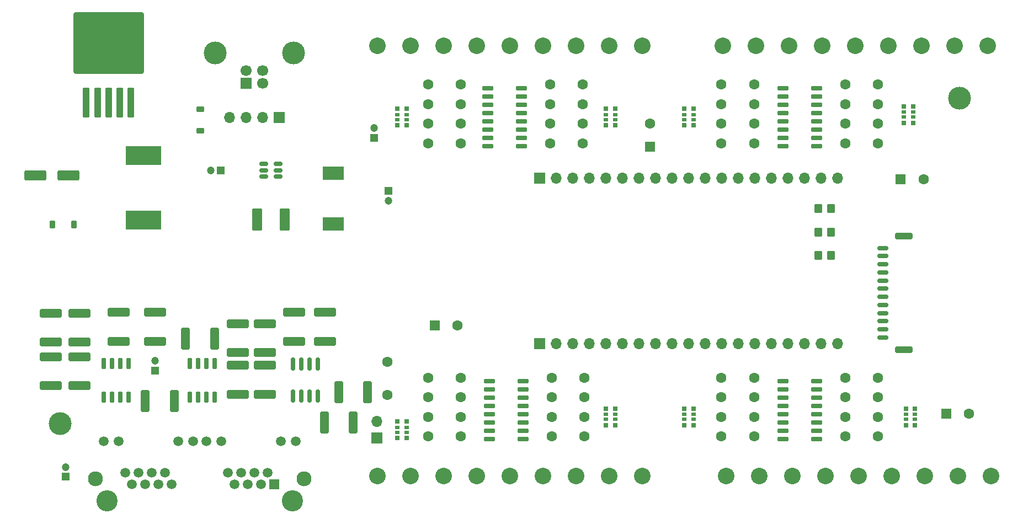
<source format=gts>
%TF.GenerationSoftware,KiCad,Pcbnew,7.0.10*%
%TF.CreationDate,2024-07-06T13:46:38+02:00*%
%TF.ProjectId,Overlord,4f766572-6c6f-4726-942e-6b696361645f,rev?*%
%TF.SameCoordinates,Original*%
%TF.FileFunction,Soldermask,Top*%
%TF.FilePolarity,Negative*%
%FSLAX46Y46*%
G04 Gerber Fmt 4.6, Leading zero omitted, Abs format (unit mm)*
G04 Created by KiCad (PCBNEW 7.0.10) date 2024-07-06 13:46:38*
%MOMM*%
%LPD*%
G01*
G04 APERTURE LIST*
G04 Aperture macros list*
%AMRoundRect*
0 Rectangle with rounded corners*
0 $1 Rounding radius*
0 $2 $3 $4 $5 $6 $7 $8 $9 X,Y pos of 4 corners*
0 Add a 4 corners polygon primitive as box body*
4,1,4,$2,$3,$4,$5,$6,$7,$8,$9,$2,$3,0*
0 Add four circle primitives for the rounded corners*
1,1,$1+$1,$2,$3*
1,1,$1+$1,$4,$5*
1,1,$1+$1,$6,$7*
1,1,$1+$1,$8,$9*
0 Add four rect primitives between the rounded corners*
20,1,$1+$1,$2,$3,$4,$5,0*
20,1,$1+$1,$4,$5,$6,$7,0*
20,1,$1+$1,$6,$7,$8,$9,0*
20,1,$1+$1,$8,$9,$2,$3,0*%
G04 Aperture macros list end*
%ADD10C,3.500000*%
%ADD11RoundRect,0.250000X0.400000X1.450000X-0.400000X1.450000X-0.400000X-1.450000X0.400000X-1.450000X0*%
%ADD12RoundRect,0.250000X-0.400000X-1.450000X0.400000X-1.450000X0.400000X1.450000X-0.400000X1.450000X0*%
%ADD13RoundRect,0.250000X1.450000X-0.400000X1.450000X0.400000X-1.450000X0.400000X-1.450000X-0.400000X0*%
%ADD14RoundRect,0.250000X-1.450000X0.400000X-1.450000X-0.400000X1.450000X-0.400000X1.450000X0.400000X0*%
%ADD15RoundRect,0.250000X0.300000X-2.050000X0.300000X2.050000X-0.300000X2.050000X-0.300000X-2.050000X0*%
%ADD16RoundRect,0.250002X5.149998X-4.449998X5.149998X4.449998X-5.149998X4.449998X-5.149998X-4.449998X0*%
%ADD17RoundRect,0.150000X-0.150000X0.725000X-0.150000X-0.725000X0.150000X-0.725000X0.150000X0.725000X0*%
%ADD18RoundRect,0.150000X-0.150000X0.825000X-0.150000X-0.825000X0.150000X-0.825000X0.150000X0.825000X0*%
%ADD19R,1.700000X1.700000*%
%ADD20O,1.700000X1.700000*%
%ADD21RoundRect,0.250000X-0.537500X-1.450000X0.537500X-1.450000X0.537500X1.450000X-0.537500X1.450000X0*%
%ADD22R,3.200000X2.000000*%
%ADD23RoundRect,0.150000X-0.512500X-0.150000X0.512500X-0.150000X0.512500X0.150000X-0.512500X0.150000X0*%
%ADD24C,1.600000*%
%ADD25RoundRect,0.250000X-1.412500X-0.550000X1.412500X-0.550000X1.412500X0.550000X-1.412500X0.550000X0*%
%ADD26R,1.200000X1.200000*%
%ADD27C,1.200000*%
%ADD28C,2.540000*%
%ADD29C,3.250000*%
%ADD30R,1.500000X1.500000*%
%ADD31C,1.500000*%
%ADD32C,2.300000*%
%ADD33R,1.600000X1.600000*%
%ADD34RoundRect,0.150000X-0.725000X-0.150000X0.725000X-0.150000X0.725000X0.150000X-0.725000X0.150000X0*%
%ADD35RoundRect,0.150000X0.725000X0.150000X-0.725000X0.150000X-0.725000X-0.150000X0.725000X-0.150000X0*%
%ADD36R,0.700000X0.640000*%
%ADD37R,0.700000X0.500000*%
%ADD38RoundRect,0.250000X0.350000X0.450000X-0.350000X0.450000X-0.350000X-0.450000X0.350000X-0.450000X0*%
%ADD39R,5.400000X2.900000*%
%ADD40RoundRect,0.225000X0.225000X0.375000X-0.225000X0.375000X-0.225000X-0.375000X0.225000X-0.375000X0*%
%ADD41RoundRect,0.150000X0.700000X-0.150000X0.700000X0.150000X-0.700000X0.150000X-0.700000X-0.150000X0*%
%ADD42RoundRect,0.250000X1.100000X-0.250000X1.100000X0.250000X-1.100000X0.250000X-1.100000X-0.250000X0*%
%ADD43C,1.700000*%
%ADD44RoundRect,0.225000X0.375000X-0.225000X0.375000X0.225000X-0.375000X0.225000X-0.375000X-0.225000X0*%
G04 APERTURE END LIST*
D10*
%TO.C,H1*%
X171960000Y-43450000D03*
%TD*%
D11*
%TO.C,R6*%
X81125000Y-88600000D03*
X76675000Y-88600000D03*
%TD*%
D12*
%TO.C,R7*%
X74465000Y-93260000D03*
X78915000Y-93260000D03*
%TD*%
D13*
%TO.C,R8*%
X61200000Y-82525000D03*
X61200000Y-78075000D03*
%TD*%
%TO.C,R9*%
X74600000Y-80825000D03*
X74600000Y-76375000D03*
%TD*%
D14*
%TO.C,R10*%
X69800000Y-76375000D03*
X69800000Y-80825000D03*
%TD*%
D13*
%TO.C,R11*%
X65300000Y-82525000D03*
X65300000Y-78075000D03*
%TD*%
D14*
%TO.C,R12*%
X65300000Y-84475000D03*
X65300000Y-88925000D03*
%TD*%
%TO.C,R13*%
X61200000Y-84475000D03*
X61200000Y-88925000D03*
%TD*%
D12*
%TO.C,R14*%
X53175000Y-80400000D03*
X57625000Y-80400000D03*
%TD*%
D15*
%TO.C,U5*%
X37945000Y-44195000D03*
X39645000Y-44195000D03*
X41345000Y-44195000D03*
D16*
X41345000Y-35045000D03*
D15*
X43045000Y-44195000D03*
X44745000Y-44195000D03*
%TD*%
D17*
%TO.C,U7*%
X57605000Y-84225000D03*
X56335000Y-84225000D03*
X55065000Y-84225000D03*
X53795000Y-84225000D03*
X53795000Y-89375000D03*
X55065000Y-89375000D03*
X56335000Y-89375000D03*
X57605000Y-89375000D03*
%TD*%
D18*
%TO.C,U6*%
X73455000Y-84285000D03*
X72185000Y-84285000D03*
X70915000Y-84285000D03*
X69645000Y-84285000D03*
X69645000Y-89235000D03*
X70915000Y-89235000D03*
X72185000Y-89235000D03*
X73455000Y-89235000D03*
%TD*%
D19*
%TO.C,120R_enable1*%
X82530000Y-95610000D03*
D20*
X82530000Y-93070000D03*
%TD*%
D21*
%TO.C,C4*%
X64152500Y-62100000D03*
X68427500Y-62100000D03*
%TD*%
D22*
%TO.C,L2*%
X75860000Y-62800000D03*
X75860000Y-55000000D03*
%TD*%
D23*
%TO.C,U8*%
X65132500Y-53590000D03*
X65132500Y-54540000D03*
X65132500Y-55490000D03*
X67407500Y-55490000D03*
X67407500Y-54540000D03*
X67407500Y-53590000D03*
%TD*%
D10*
%TO.C,H2*%
X33960000Y-93450000D03*
%TD*%
D24*
%TO.C,C12*%
X84100000Y-89000000D03*
X84100000Y-84000000D03*
%TD*%
D25*
%TO.C,C1*%
X30102500Y-55300000D03*
X35177500Y-55300000D03*
%TD*%
D26*
%TO.C,C3*%
X58540000Y-54620000D03*
D27*
X57040000Y-54620000D03*
%TD*%
D26*
%TO.C,C5*%
X82080000Y-49560000D03*
D27*
X82080000Y-48060000D03*
%TD*%
D26*
%TO.C,C6*%
X84270000Y-57727400D03*
D27*
X84270000Y-59227400D03*
%TD*%
D26*
%TO.C,C17*%
X34800000Y-101600000D03*
D27*
X34800000Y-100100000D03*
%TD*%
D14*
%TO.C,R24*%
X36900000Y-83175000D03*
X36900000Y-87625000D03*
%TD*%
D13*
%TO.C,R25*%
X42900000Y-80825000D03*
X42900000Y-76375000D03*
%TD*%
D14*
%TO.C,R26*%
X48500000Y-76375000D03*
X48500000Y-80825000D03*
%TD*%
D13*
%TO.C,R27*%
X32500000Y-80925000D03*
X32500000Y-76475000D03*
%TD*%
%TO.C,R28*%
X36900000Y-80925000D03*
X36900000Y-76475000D03*
%TD*%
D14*
%TO.C,R29*%
X32500000Y-83175000D03*
X32500000Y-87625000D03*
%TD*%
D12*
%TO.C,R30*%
X46975000Y-90000000D03*
X51425000Y-90000000D03*
%TD*%
D17*
%TO.C,U9*%
X44405000Y-84225000D03*
X43135000Y-84225000D03*
X41865000Y-84225000D03*
X40595000Y-84225000D03*
X40595000Y-89375000D03*
X41865000Y-89375000D03*
X43135000Y-89375000D03*
X44405000Y-89375000D03*
%TD*%
D26*
%TO.C,C2*%
X48500000Y-85300000D03*
D27*
X48500000Y-83800000D03*
%TD*%
D28*
%TO.C,J2*%
X176220000Y-35450000D03*
X171140000Y-35450000D03*
X166060000Y-35450000D03*
X160980000Y-35450000D03*
X155900000Y-35450000D03*
X150820000Y-35450000D03*
X145740000Y-35450000D03*
X140660000Y-35450000D03*
X135580000Y-35450000D03*
%TD*%
%TO.C,J5*%
X82580000Y-101450000D03*
X87660000Y-101450000D03*
X92740000Y-101450000D03*
X97820000Y-101450000D03*
X102900000Y-101450000D03*
X107980000Y-101450000D03*
X113060000Y-101450000D03*
X118140000Y-101450000D03*
X123220000Y-101450000D03*
%TD*%
%TO.C,J6*%
X136080000Y-101450000D03*
X141160000Y-101450000D03*
X146240000Y-101450000D03*
X151320000Y-101450000D03*
X156400000Y-101450000D03*
X161480000Y-101450000D03*
X166560000Y-101450000D03*
X171640000Y-101450000D03*
X176720000Y-101450000D03*
%TD*%
%TO.C,J4*%
X123220000Y-35450000D03*
X118140000Y-35450000D03*
X113060000Y-35450000D03*
X107980000Y-35450000D03*
X102900000Y-35450000D03*
X97820000Y-35450000D03*
X92740000Y-35450000D03*
X87660000Y-35450000D03*
X82580000Y-35450000D03*
%TD*%
D29*
%TO.C,J1*%
X69540000Y-105310000D03*
X41090000Y-105310000D03*
D30*
X66750000Y-102770000D03*
D31*
X65734000Y-100990000D03*
X64718000Y-102770000D03*
X63702000Y-100990000D03*
X62686000Y-102770000D03*
X61670000Y-100990000D03*
X60654000Y-102770000D03*
X59638000Y-100990000D03*
X70050000Y-96170000D03*
X67760000Y-96170000D03*
X58620000Y-96170000D03*
X56330000Y-96170000D03*
X51000000Y-102770000D03*
X49984000Y-100990000D03*
X48968000Y-102770000D03*
X47952000Y-100990000D03*
X46936000Y-102770000D03*
X45920000Y-100990000D03*
X44904000Y-102770000D03*
X43888000Y-100990000D03*
X54300000Y-96170000D03*
X52010000Y-96170000D03*
X42870000Y-96170000D03*
X40580000Y-96170000D03*
D32*
X71320000Y-101880000D03*
X39320000Y-101880000D03*
%TD*%
D33*
%TO.C,C13*%
X124400000Y-50900000D03*
D24*
X124400000Y-47400000D03*
%TD*%
%TO.C,C8*%
X109150000Y-41400000D03*
X114150000Y-41400000D03*
%TD*%
D33*
%TO.C,C27*%
X162900000Y-55900000D03*
D24*
X166400000Y-55900000D03*
%TD*%
D33*
%TO.C,C44*%
X91400000Y-78400000D03*
D24*
X94900000Y-78400000D03*
%TD*%
D33*
%TO.C,C45*%
X169900000Y-91900000D03*
D24*
X173400000Y-91900000D03*
%TD*%
D34*
%TO.C,U1*%
X99575000Y-41955000D03*
X99575000Y-43225000D03*
X99575000Y-44495000D03*
X99575000Y-45765000D03*
X99575000Y-47035000D03*
X99575000Y-48305000D03*
X99575000Y-49575000D03*
X99575000Y-50845000D03*
X104725000Y-50845000D03*
X104725000Y-49575000D03*
X104725000Y-48305000D03*
X104725000Y-47035000D03*
X104725000Y-45765000D03*
X104725000Y-44495000D03*
X104725000Y-43225000D03*
X104725000Y-41955000D03*
%TD*%
D35*
%TO.C,U2*%
X149975000Y-95845000D03*
X149975000Y-94575000D03*
X149975000Y-93305000D03*
X149975000Y-92035000D03*
X149975000Y-90765000D03*
X149975000Y-89495000D03*
X149975000Y-88225000D03*
X149975000Y-86955000D03*
X144825000Y-86955000D03*
X144825000Y-88225000D03*
X144825000Y-89495000D03*
X144825000Y-90765000D03*
X144825000Y-92035000D03*
X144825000Y-93305000D03*
X144825000Y-94575000D03*
X144825000Y-95845000D03*
%TD*%
%TO.C,U3*%
X104975000Y-95845000D03*
X104975000Y-94575000D03*
X104975000Y-93305000D03*
X104975000Y-92035000D03*
X104975000Y-90765000D03*
X104975000Y-89495000D03*
X104975000Y-88225000D03*
X104975000Y-86955000D03*
X99825000Y-86955000D03*
X99825000Y-88225000D03*
X99825000Y-89495000D03*
X99825000Y-90765000D03*
X99825000Y-92035000D03*
X99825000Y-93305000D03*
X99825000Y-94575000D03*
X99825000Y-95845000D03*
%TD*%
D24*
%TO.C,C7*%
X114150000Y-44400000D03*
X109150000Y-44400000D03*
%TD*%
%TO.C,C9*%
X135400000Y-92400000D03*
X140400000Y-92400000D03*
%TD*%
%TO.C,C10*%
X140400000Y-95400000D03*
X135400000Y-95400000D03*
%TD*%
%TO.C,C14*%
X114150000Y-47400000D03*
X109150000Y-47400000D03*
%TD*%
%TO.C,C15*%
X109150000Y-50400000D03*
X114150000Y-50400000D03*
%TD*%
%TO.C,C16*%
X135400000Y-89400000D03*
X140400000Y-89400000D03*
%TD*%
%TO.C,C18*%
X140400000Y-86400000D03*
X135400000Y-86400000D03*
%TD*%
%TO.C,C19*%
X90400000Y-41400000D03*
X95400000Y-41400000D03*
%TD*%
%TO.C,C20*%
X159400000Y-95400000D03*
X154400000Y-95400000D03*
%TD*%
%TO.C,C21*%
X90400000Y-50400000D03*
X95400000Y-50400000D03*
%TD*%
%TO.C,C22*%
X159400000Y-86400000D03*
X154400000Y-86400000D03*
%TD*%
%TO.C,C23*%
X90400000Y-44400000D03*
X95400000Y-44400000D03*
%TD*%
%TO.C,C24*%
X159400000Y-92400000D03*
X154400000Y-92400000D03*
%TD*%
%TO.C,C25*%
X90400000Y-47400000D03*
X95400000Y-47400000D03*
%TD*%
%TO.C,C26*%
X159400000Y-89400000D03*
X154400000Y-89400000D03*
%TD*%
%TO.C,C28*%
X90400000Y-92400000D03*
X95400000Y-92400000D03*
%TD*%
%TO.C,C29*%
X95400000Y-95400000D03*
X90400000Y-95400000D03*
%TD*%
%TO.C,C30*%
X159400000Y-44400000D03*
X154400000Y-44400000D03*
%TD*%
%TO.C,C31*%
X154400000Y-41400000D03*
X159400000Y-41400000D03*
%TD*%
%TO.C,C32*%
X90400000Y-89400000D03*
X95400000Y-89400000D03*
%TD*%
%TO.C,C33*%
X95400000Y-86400000D03*
X90400000Y-86400000D03*
%TD*%
%TO.C,C34*%
X159400000Y-47400000D03*
X154400000Y-47400000D03*
%TD*%
%TO.C,C35*%
X154400000Y-50400000D03*
X159400000Y-50400000D03*
%TD*%
%TO.C,C36*%
X114400000Y-95400000D03*
X109400000Y-95400000D03*
%TD*%
%TO.C,C37*%
X135400000Y-41400000D03*
X140400000Y-41400000D03*
%TD*%
%TO.C,C38*%
X114400000Y-86400000D03*
X109400000Y-86400000D03*
%TD*%
%TO.C,C39*%
X135400000Y-50400000D03*
X140400000Y-50400000D03*
%TD*%
%TO.C,C40*%
X114400000Y-92400000D03*
X109400000Y-92400000D03*
%TD*%
%TO.C,C41*%
X135400000Y-44400000D03*
X140400000Y-44400000D03*
%TD*%
%TO.C,C42*%
X114400000Y-89400000D03*
X109400000Y-89400000D03*
%TD*%
%TO.C,C43*%
X135400000Y-47400000D03*
X140400000Y-47400000D03*
%TD*%
D36*
%TO.C,RN1*%
X117700000Y-45130000D03*
D37*
X117700000Y-46000000D03*
X117700000Y-46800000D03*
D36*
X117700000Y-47670000D03*
X119100000Y-47670000D03*
D37*
X119100000Y-46800000D03*
X119100000Y-46000000D03*
D36*
X119100000Y-45130000D03*
%TD*%
%TO.C,RN2*%
X85700000Y-45130000D03*
D37*
X85700000Y-46000000D03*
X85700000Y-46800000D03*
D36*
X85700000Y-47670000D03*
X87100000Y-47670000D03*
D37*
X87100000Y-46800000D03*
X87100000Y-46000000D03*
D36*
X87100000Y-45130000D03*
%TD*%
%TO.C,RN3*%
X131100000Y-93670000D03*
D37*
X131100000Y-92800000D03*
X131100000Y-92000000D03*
D36*
X131100000Y-91130000D03*
X129700000Y-91130000D03*
D37*
X129700000Y-92000000D03*
X129700000Y-92800000D03*
D36*
X129700000Y-93670000D03*
%TD*%
%TO.C,RN4*%
X165100000Y-93670000D03*
D37*
X165100000Y-92800000D03*
X165100000Y-92000000D03*
D36*
X165100000Y-91130000D03*
X163700000Y-91130000D03*
D37*
X163700000Y-92000000D03*
X163700000Y-92800000D03*
D36*
X163700000Y-93670000D03*
%TD*%
%TO.C,RN5*%
X87100000Y-95670000D03*
D37*
X87100000Y-94800000D03*
X87100000Y-94000000D03*
D36*
X87100000Y-93130000D03*
X85700000Y-93130000D03*
D37*
X85700000Y-94000000D03*
X85700000Y-94800000D03*
D36*
X85700000Y-95670000D03*
%TD*%
%TO.C,RN6*%
X119100000Y-93670000D03*
D37*
X119100000Y-92800000D03*
X119100000Y-92000000D03*
D36*
X119100000Y-91130000D03*
X117700000Y-91130000D03*
D37*
X117700000Y-92000000D03*
X117700000Y-92800000D03*
D36*
X117700000Y-93670000D03*
%TD*%
%TO.C,RN7*%
X163400000Y-44730000D03*
D37*
X163400000Y-45600000D03*
X163400000Y-46400000D03*
D36*
X163400000Y-47270000D03*
X164800000Y-47270000D03*
D37*
X164800000Y-46400000D03*
X164800000Y-45600000D03*
D36*
X164800000Y-44730000D03*
%TD*%
%TO.C,RN8*%
X129700000Y-45130000D03*
D37*
X129700000Y-46000000D03*
X129700000Y-46800000D03*
D36*
X129700000Y-47670000D03*
X131100000Y-47670000D03*
D37*
X131100000Y-46800000D03*
X131100000Y-46000000D03*
D36*
X131100000Y-45130000D03*
%TD*%
D34*
%TO.C,U4*%
X144825000Y-41955000D03*
X144825000Y-43225000D03*
X144825000Y-44495000D03*
X144825000Y-45765000D03*
X144825000Y-47035000D03*
X144825000Y-48305000D03*
X144825000Y-49575000D03*
X144825000Y-50845000D03*
X149975000Y-50845000D03*
X149975000Y-49575000D03*
X149975000Y-48305000D03*
X149975000Y-47035000D03*
X149975000Y-45765000D03*
X149975000Y-44495000D03*
X149975000Y-43225000D03*
X149975000Y-41955000D03*
%TD*%
D38*
%TO.C,R16*%
X152220000Y-67660000D03*
X150220000Y-67660000D03*
%TD*%
%TO.C,R17*%
X152220000Y-64040000D03*
X150220000Y-64040000D03*
%TD*%
%TO.C,R18*%
X152220000Y-60420000D03*
X150220000Y-60420000D03*
%TD*%
D19*
%TO.C,ESP1*%
X107530000Y-81140000D03*
D20*
X110070000Y-81140000D03*
X112610000Y-81140000D03*
X115150000Y-81140000D03*
X117690000Y-81140000D03*
X120230000Y-81140000D03*
X122770000Y-81140000D03*
X125310000Y-81140000D03*
X127850000Y-81140000D03*
X130390000Y-81140000D03*
X132930000Y-81140000D03*
X135470000Y-81140000D03*
X138010000Y-81140000D03*
X140550000Y-81140000D03*
X143090000Y-81140000D03*
X145630000Y-81140000D03*
X148170000Y-81140000D03*
X150710000Y-81140000D03*
X153250000Y-81140000D03*
D19*
X107530000Y-55740000D03*
D20*
X110070000Y-55740000D03*
X112610000Y-55740000D03*
X115150000Y-55740000D03*
X117690000Y-55740000D03*
X120230000Y-55740000D03*
X122770000Y-55740000D03*
X125310000Y-55740000D03*
X127850000Y-55740000D03*
X130390000Y-55740000D03*
X132930000Y-55740000D03*
X135470000Y-55740000D03*
X138010000Y-55740000D03*
X140550000Y-55740000D03*
X143090000Y-55740000D03*
X145630000Y-55740000D03*
X148170000Y-55740000D03*
X150710000Y-55740000D03*
X153250000Y-55740000D03*
%TD*%
D39*
%TO.C,L1*%
X46690000Y-62170000D03*
X46690000Y-52270000D03*
%TD*%
D40*
%TO.C,D1*%
X36050000Y-62910000D03*
X32750000Y-62910000D03*
%TD*%
D41*
%TO.C,J3*%
X160180000Y-80235000D03*
X160180000Y-78985000D03*
X160180000Y-77735000D03*
X160180000Y-76485000D03*
X160180000Y-75235000D03*
X160180000Y-73985000D03*
X160180000Y-72735000D03*
X160180000Y-71485000D03*
X160180000Y-70235000D03*
X160180000Y-68985000D03*
X160180000Y-67735000D03*
X160180000Y-66485000D03*
D42*
X163380000Y-82085000D03*
X163380000Y-64635000D03*
%TD*%
D19*
%TO.C,J7*%
X62460000Y-41227500D03*
D43*
X64960000Y-41227500D03*
X64960000Y-39227500D03*
X62460000Y-39227500D03*
D10*
X57690000Y-36517500D03*
X69730000Y-36517500D03*
%TD*%
D19*
%TO.C,J8*%
X67550000Y-46420000D03*
D20*
X65010000Y-46420000D03*
X62470000Y-46420000D03*
X59930000Y-46420000D03*
%TD*%
D44*
%TO.C,D2*%
X55400000Y-48520000D03*
X55400000Y-45220000D03*
%TD*%
M02*

</source>
